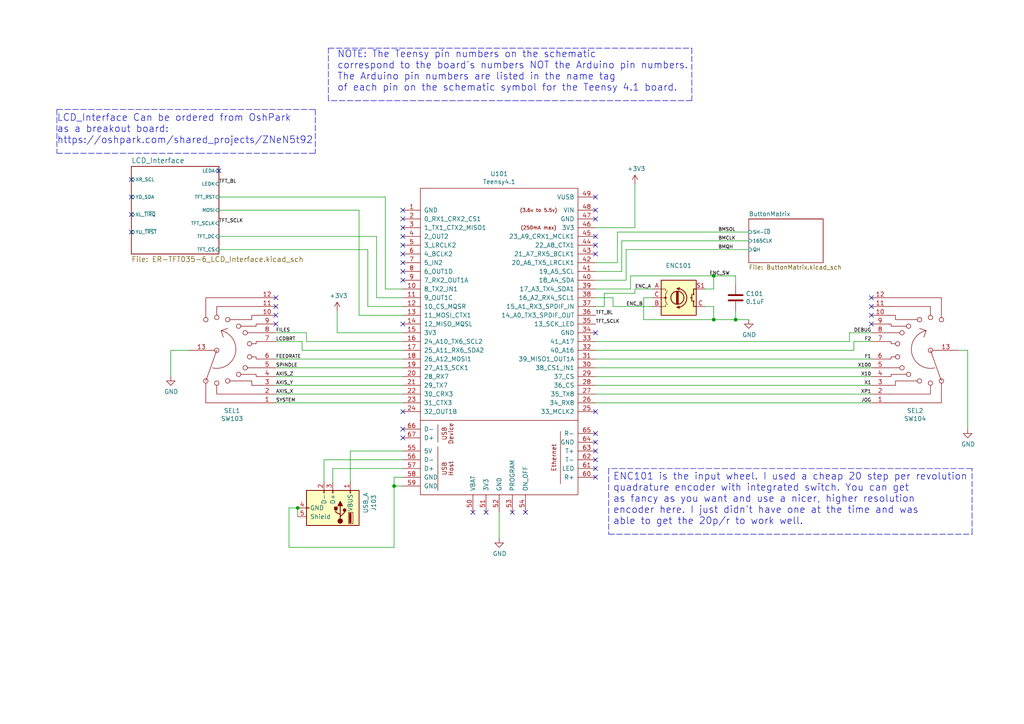
<source format=kicad_sch>
(kicad_sch (version 20211123) (generator eeschema)
  (paper "A4")
  (title_block (title "GRBL Controller") (date "2022-01-10") (rev "1") (comment 1 "MCU, encoder and selector switches."))
  (lib_symbols
    (symbol "Device:C" (pin_numbers hide) (pin_names (offset 0.254))
      (property "Reference" "C" (at 0.635 2.54 0))
      (property "Value" "C" (at 0.635 -2.54 0))
      (symbol "C_0_1"
        (polyline (pts (xy -2.032 -0.762) (xy 2.032 -0.762)) (stroke (width 0.508)))
        (polyline (pts (xy -2.032 0.762) (xy 2.032 0.762)) (stroke (width 0.508)))
      )
      (symbol "C_1_1"
        (pin passive line (at 0 3.81 270) (length 2.794) (name "~") (number "1"))
        (pin passive line (at 0 -3.81 90) (length 2.794) (name "~") (number "2"))
      )
    )
    (symbol "MarcoK:TSWA3NCD23LFS-NavScroll-Switch" (pin_names (offset 0.254) hide)
      (property "Reference" "SW" (at 0 6.604 0))
      (property "Value" "MarcoK_TSWA3NCD23LFS-NavScroll-Switch" (at 0 -6.604 0))
      (symbol "TSWA3NCD23LFS-NavScroll-Switch_0_1"
        (rectangle (start -5.08 5.08) (end 5.08 -5.08) (stroke (width 0.254)) (fill (type background)))
        (circle (center -3.81 0) (radius 0.254) (fill (type outline)))
        (arc (start -0.381 -2.794) (mid 2.3622 -0.0508) (end -0.381 2.667) (stroke (width 0.254)))
        (circle (center -0.381 0) (radius 1.905) (stroke (width 0.254)))
        (polyline (pts (xy -0.635 -1.778) (xy -0.635 1.778)) (stroke (width 0.254)))
        (polyline (pts (xy -0.381 -1.778) (xy -0.381 1.778)) (stroke (width 0.254)))
        (polyline (pts (xy -0.127 1.778) (xy -0.127 -1.778)) (stroke (width 0.254)))
        (polyline (pts (xy 3.81 0) (xy 3.429 0)) (stroke (width 0.254)))
        (polyline (pts (xy 3.81 1.016) (xy 3.81 -1.016)) (stroke (width 0.254)))
        (polyline (pts (xy -5.08 -2.54) (xy -3.81 -2.54) (xy -3.81 -2.032)))
        (polyline (pts (xy -5.08 2.54) (xy -3.81 2.54) (xy -3.81 2.032)))
        (polyline (pts (xy 0.254 -3.048) (xy -0.508 -2.794) (xy 0.127 -2.413)) (stroke (width 0.254)))
        (polyline (pts (xy 0.254 2.921) (xy -0.508 2.667) (xy 0.127 2.286)) (stroke (width 0.254)))
        (polyline (pts (xy 5.08 -2.54) (xy 4.318 -2.54) (xy 4.318 -1.016)) (stroke (width 0.254)))
        (polyline (pts (xy 5.08 2.54) (xy 4.318 2.54) (xy 4.318 1.016)) (stroke (width 0.254)))
        (polyline (pts (xy -5.08 0) (xy -3.81 0) (xy -3.81 -1.016) (xy -3.302 -2.032)))
        (polyline (pts (xy -4.318 0) (xy -3.81 0) (xy -3.81 1.016) (xy -3.302 2.032)))
        (circle (center 4.318 -1.016) (radius 0.127) (stroke (width 0.254)))
        (circle (center 4.318 1.016) (radius 0.127) (stroke (width 0.254)))
      )
      (symbol "TSWA3NCD23LFS-NavScroll-Switch_1_1"
        (pin passive line (at -7.62 2.54 0) (length 2.54) (name "A") (number "A"))
        (pin passive line (at -7.62 -2.54 0) (length 2.54) (name "B") (number "B"))
        (pin passive line (at -7.62 0 0) (length 2.54) (name "C") (number "C"))
        (pin passive line (at 7.62 -2.54 180) (length 2.54) (name "C") (number "C"))
        (pin passive line (at 7.62 2.54 180) (length 2.54) (name "S1") (number "S1"))
      )
    )
    (symbol "Switch:SW_Rotary12" (pin_names (offset 1.016) hide)
      (property "Reference" "SW" (at 0 17.78 0))
      (property "Value" "SW_Rotary12" (at 0 -17.78 0))
      (symbol "SW_Rotary12_0_0"
        (circle (center -10.16 -8.89) (radius 0.635))
        (circle (center -10.16 8.89) (radius 0.635))
        (circle (center -6.985 -9.525) (radius 0.635))
        (circle (center -6.985 0) (radius 0.635))
        (circle (center -6.985 9.525) (radius 0.635))
        (arc (start -5.715 -5.715) (mid -1.6023 0.949) (end -8.255 5.08))
        (circle (center -3.81 -8.89) (radius 0.635))
        (circle (center -3.81 8.89) (radius 0.635))
        (circle (center -0.635 -6.985) (radius 0.635))
        (circle (center -0.635 6.985) (radius 0.635))
        (polyline (pts (xy -6.985 0) (xy -10.16 8.89)))
        (polyline (pts (xy -5.715 -5.715) (xy -5.08 -3.81)))
        (polyline (pts (xy -5.715 -5.715) (xy -3.81 -6.35)))
        (polyline (pts (xy 1.905 -5.08) (xy 5.08 -5.08)))
        (polyline (pts (xy 1.905 5.08) (xy 5.08 5.08)))
        (polyline (pts (xy -10.16 -9.525) (xy -10.16 -15.24) (xy 5.08 -15.24)))
        (polyline (pts (xy -10.16 9.525) (xy -10.16 15.24) (xy 5.08 15.24)))
        (polyline (pts (xy -6.985 -10.16) (xy -6.985 -12.7) (xy 5.08 -12.7)))
        (polyline (pts (xy -6.985 10.16) (xy -6.985 12.7) (xy 5.08 12.7)))
        (polyline (pts (xy -3.175 -8.89) (xy 3.175 -8.89) (xy 3.175 -10.16) (xy 5.08 -10.16)))
        (polyline (pts (xy -3.175 8.89) (xy 3.175 8.89) (xy 3.175 10.16) (xy 5.08 10.16)))
        (polyline (pts (xy 0 -6.985) (xy 4.445 -6.985) (xy 4.445 -7.62) (xy 5.08 -7.62)))
        (polyline (pts (xy 0 6.985) (xy 4.445 6.985) (xy 4.445 7.62) (xy 5.08 7.62)))
        (polyline (pts (xy 3.175 -1.905) (xy 4.445 -1.905) (xy 4.445 -2.54) (xy 5.08 -2.54)))
        (polyline (pts (xy 3.175 1.905) (xy 4.445 1.905) (xy 4.445 2.54) (xy 5.08 2.54)))
        (circle (center 1.27 -5.08) (radius 0.635))
        (circle (center 1.27 5.08) (radius 0.635))
        (circle (center 2.54 -1.905) (radius 0.635))
        (circle (center 2.54 1.905) (radius 0.635))
      )
      (symbol "SW_Rotary12_0_1"
        (pin passive line (at 10.16 15.24 180) (length 5.08) (name "1") (number "1"))
        (pin passive line (at 10.16 -10.16 180) (length 5.08) (name "10") (number "10"))
        (pin passive line (at 10.16 -12.7 180) (length 5.08) (name "11") (number "11"))
        (pin passive line (at 10.16 -15.24 180) (length 5.08) (name "12") (number "12"))
        (pin passive line (at -15.24 0 0) (length 7.62) (name "13") (number "13"))
        (pin passive line (at 10.16 12.7 180) (length 5.08) (name "2") (number "2"))
        (pin passive line (at 10.16 10.16 180) (length 5.08) (name "3") (number "3"))
        (pin passive line (at 10.16 7.62 180) (length 5.08) (name "4") (number "4"))
        (pin passive line (at 10.16 5.08 180) (length 5.08) (name "5") (number "5"))
        (pin passive line (at 10.16 2.54 180) (length 5.08) (name "6") (number "6"))
        (pin passive line (at 10.16 -2.54 180) (length 5.08) (name "7") (number "7"))
        (pin passive line (at 10.16 -5.08 180) (length 5.08) (name "8") (number "8"))
        (pin passive line (at 10.16 -7.62 180) (length 5.08) (name "9") (number "9"))
      )
    )
    (symbol "XCarveDRO-rescue:USB_A-Connector" (pin_names (offset 1.016))
      (property "Reference" "J" (at -5.08 11.43 0))
      (property "Value" "XCarveDRO-rescue_USB_A-Connector" (at -5.08 8.89 0))
      (symbol "USB_A-Connector_0_1"
        (rectangle (start -5.08 -7.62) (end 5.08 7.62) (stroke (width 0.254)) (fill (type background)))
        (circle (center -3.81 2.159) (radius 0.635) (stroke (width 0.254)) (fill (type outline)))
        (rectangle (start -1.524 4.826) (end -4.318 5.334) (fill (type outline)))
        (rectangle (start -1.27 4.572) (end -4.572 5.842))
        (circle (center -0.635 3.429) (radius 0.381) (stroke (width 0.254)) (fill (type outline)))
        (rectangle (start -0.127 -7.62) (end 0.127 -6.858))
        (polyline (pts (xy -3.175 2.159) (xy -2.54 2.159) (xy -1.27 3.429) (xy -0.635 3.429)) (stroke (width 0.254)))
        (polyline (pts (xy -2.54 2.159) (xy -1.905 2.159) (xy -1.27 0.889) (xy 0 0.889)) (stroke (width 0.254)))
        (polyline (pts (xy 0.635 2.794) (xy 0.635 1.524) (xy 1.905 2.159) (xy 0.635 2.794)) (stroke (width 0.254)) (fill (type outline)))
        (rectangle (start 0.254 1.27) (end -0.508 0.508) (stroke (width 0.254)) (fill (type outline)))
        (rectangle (start 5.08 -2.667) (end 4.318 -2.413))
        (rectangle (start 5.08 -0.127) (end 4.318 0.127))
        (rectangle (start 5.08 4.953) (end 4.318 5.207))
      )
      (symbol "USB_A-Connector_1_1"
        (polyline (pts (xy -1.905 2.159) (xy 0.635 2.159)) (stroke (width 0.254)))
        (pin power_in line (at 7.62 5.08 180) (length 2.54) (name "VBUS") (number "1"))
        (pin passive line (at 7.62 -2.54 180) (length 2.54) (name "D-") (number "2"))
        (pin passive line (at 7.62 0 180) (length 2.54) (name "D+") (number "3"))
        (pin power_in line (at 0 -10.16 90) (length 2.54) (name "GND") (number "4"))
        (pin passive line (at -2.54 -10.16 90) (length 2.54) (name "Shield") (number "5"))
      )
    )
    (symbol "power:+3V3" (power) (pin_names (offset 0))
      (property "Value" "+3V3" (at 0 3.556 0))
      (symbol "+3V3_0_1"
        (polyline (pts (xy -0.762 1.27) (xy 0 2.54)))
        (polyline (pts (xy 0 0) (xy 0 2.54)))
        (polyline (pts (xy 0 2.54) (xy 0.762 1.27)))
      )
      (symbol "+3V3_1_1"
        (pin power_in line (at 0 0 90) (length 0) hide (name "+3V3") (number "1"))
      )
    )
    (symbol "power:GND" (power) (pin_names (offset 0))
      (property "Value" "GND" (at 0 -3.81 0))
      (symbol "GND_0_1"
        (polyline (pts (xy 0 0) (xy 0 -1.27) (xy 1.27 -1.27) (xy 0 -2.54) (xy -1.27 -1.27) (xy 0 -1.27)))
      )
      (symbol "GND_1_1"
        (pin power_in line (at 0 0 270) (length 0) hide (name "GND") (number "1"))
      )
    )
    (symbol "teensy:Teensy4.1" (pin_names (offset 1.016))
      (property "Reference" "U" (at 0 64.77 0))
      (property "Value" "teensy_Teensy4.1" (at 0 62.23 0))
      (symbol "Teensy4.1_0_0"
        (polyline (pts (xy -22.86 -6.35) (xy 22.86 -6.35)))
        (polyline (pts (xy -17.78 -26.67) (xy -17.78 -13.97)))
        (polyline (pts (xy -17.78 -7.62) (xy -17.78 -12.7)))
        (polyline (pts (xy 17.78 -9.525) (xy 17.78 -24.765)))
        (text "(250mA max)" (at 11.43 49.53 0) (effects (font (size 1.016 1.016))))
        (text "(3.6v to 5.5v)" (at 11.43 54.61 0) (effects (font (size 1.016 1.016))))
        (text "Device" (at -13.97 -10.16 900) (effects (font (size 1.27 1.27))))
        (text "Ethernet" (at 15.875 -17.145 900) (effects (font (size 1.27 1.27))))
        (text "Host" (at -13.97 -20.32 900) (effects (font (size 1.27 1.27))))
        (text "USB" (at -15.875 -20.32 900) (effects (font (size 1.27 1.27))))
        (text "USB" (at -15.875 -10.16 900) (effects (font (size 1.27 1.27))))
        (pin bidirectional line (at -27.94 31.75 0) (length 5.08) (name "8_TX2_IN1") (number "10"))
        (pin bidirectional line (at -27.94 29.21 0) (length 5.08) (name "9_OUT1C") (number "11"))
        (pin bidirectional line (at -27.94 26.67 0) (length 5.08) (name "10_CS_MQSR") (number "12"))
        (pin bidirectional line (at -27.94 24.13 0) (length 5.08) (name "11_MOSI_CTX1") (number "13"))
        (pin bidirectional line (at -27.94 21.59 0) (length 5.08) (name "12_MISO_MQSL") (number "14"))
        (pin power_in line (at -27.94 19.05 0) (length 5.08) (name "3V3") (number "15"))
        (pin bidirectional line (at -27.94 16.51 0) (length 5.08) (name "24_A10_TX6_SCL2") (number "16"))
        (pin bidirectional line (at -27.94 13.97 0) (length 5.08) (name "25_A11_RX6_SDA2") (number "17"))
        (pin bidirectional line (at -27.94 11.43 0) (length 5.08) (name "26_A12_MOSI1") (number "18"))
        (pin bidirectional line (at -27.94 8.89 0) (length 5.08) (name "27_A13_SCK1") (number "19"))
        (pin bidirectional line (at -27.94 6.35 0) (length 5.08) (name "28_RX7") (number "20"))
        (pin bidirectional line (at -27.94 3.81 0) (length 5.08) (name "29_TX7") (number "21"))
        (pin bidirectional line (at -27.94 1.27 0) (length 5.08) (name "30_CRX3") (number "22"))
        (pin bidirectional line (at -27.94 -1.27 0) (length 5.08) (name "31_CTX3") (number "23"))
        (pin bidirectional line (at -27.94 -3.81 0) (length 5.08) (name "32_OUT1B") (number "24"))
        (pin bidirectional line (at 27.94 -3.81 180) (length 5.08) (name "33_MCLK2") (number "25"))
        (pin bidirectional line (at 27.94 -1.27 180) (length 5.08) (name "34_RX8") (number "26"))
        (pin bidirectional line (at 27.94 1.27 180) (length 5.08) (name "35_TX8") (number "27"))
        (pin bidirectional line (at 27.94 3.81 180) (length 5.08) (name "36_CS") (number "28"))
        (pin bidirectional line (at 27.94 6.35 180) (length 5.08) (name "37_CS") (number "29"))
        (pin bidirectional line (at 27.94 8.89 180) (length 5.08) (name "38_CS1_IN1") (number "30"))
        (pin bidirectional line (at 27.94 11.43 180) (length 5.08) (name "39_MISO1_OUT1A") (number "31"))
        (pin bidirectional line (at 27.94 13.97 180) (length 5.08) (name "40_A16") (number "32"))
        (pin bidirectional line (at 27.94 16.51 180) (length 5.08) (name "41_A17") (number "33"))
        (pin bidirectional line (at 27.94 21.59 180) (length 5.08) (name "13_SCK_LED") (number "35"))
        (pin bidirectional line (at 27.94 24.13 180) (length 5.08) (name "14_A0_TX3_SPDIF_OUT") (number "36"))
        (pin bidirectional line (at 27.94 26.67 180) (length 5.08) (name "15_A1_RX3_SPDIF_IN") (number "37"))
        (pin bidirectional line (at 27.94 29.21 180) (length 5.08) (name "16_A2_RX4_SCL1") (number "38"))
        (pin bidirectional line (at 27.94 31.75 180) (length 5.08) (name "17_A3_TX4_SDA1") (number "39"))
        (pin bidirectional line (at 27.94 34.29 180) (length 5.08) (name "18_A4_SDA") (number "40"))
        (pin bidirectional line (at 27.94 36.83 180) (length 5.08) (name "19_A5_SCL") (number "41"))
        (pin bidirectional line (at 27.94 39.37 180) (length 5.08) (name "20_A6_TX5_LRCLK1") (number "42"))
        (pin bidirectional line (at 27.94 41.91 180) (length 5.08) (name "21_A7_RX5_BCLK1") (number "43"))
        (pin bidirectional line (at 27.94 44.45 180) (length 5.08) (name "22_A8_CTX1") (number "44"))
        (pin bidirectional line (at 27.94 46.99 180) (length 5.08) (name "23_A9_CRX1_MCLK1") (number "45"))
        (pin power_in line (at 27.94 49.53 180) (length 5.08) (name "3V3") (number "46"))
        (pin power_in line (at 27.94 52.07 180) (length 5.08) (name "GND") (number "47"))
        (pin power_in line (at 27.94 54.61 180) (length 5.08) (name "VIN") (number "48"))
        (pin power_out line (at 27.94 58.42 180) (length 5.08) (name "VUSB") (number "49"))
        (pin bidirectional line (at -27.94 44.45 0) (length 5.08) (name "3_LRCLK2") (number "5"))
        (pin power_in line (at -7.62 -33.02 90) (length 5.08) (name "VBAT") (number "50"))
        (pin power_in line (at -3.81 -33.02 90) (length 5.08) (name "3V3") (number "51"))
        (pin power_out line (at 0 -33.02 90) (length 5.08) (name "GND") (number "52"))
        (pin input line (at 3.81 -33.02 90) (length 5.08) (name "PROGRAM") (number "53"))
        (pin input line (at 7.62 -33.02 90) (length 5.08) (name "ON_OFF") (number "54"))
        (pin power_out line (at -27.94 -15.24 0) (length 5.08) (name "5V") (number "55"))
        (pin bidirectional line (at -27.94 -17.78 0) (length 5.08) (name "D-") (number "56"))
        (pin bidirectional line (at -27.94 -20.32 0) (length 5.08) (name "D+") (number "57"))
        (pin power_in line (at -27.94 -22.86 0) (length 5.08) (name "GND") (number "58"))
        (pin power_in line (at -27.94 -25.4 0) (length 5.08) (name "GND") (number "59"))
        (pin bidirectional line (at -27.94 41.91 0) (length 5.08) (name "4_BCLK2") (number "6"))
        (pin bidirectional line (at 27.94 -22.86 180) (length 5.08) (name "R+") (number "60"))
        (pin bidirectional line (at 27.94 -20.32 180) (length 5.08) (name "LED") (number "61"))
        (pin bidirectional line (at 27.94 -17.78 180) (length 5.08) (name "T-") (number "62"))
        (pin bidirectional line (at 27.94 -15.24 180) (length 5.08) (name "T+") (number "63"))
        (pin power_in line (at 27.94 -12.7 180) (length 5.08) (name "GND") (number "64"))
        (pin bidirectional line (at 27.94 -10.16 180) (length 5.08) (name "R-") (number "65"))
        (pin bidirectional line (at -27.94 -8.89 0) (length 5.08) (name "D-") (number "66"))
        (pin bidirectional line (at -27.94 -11.43 0) (length 5.08) (name "D+") (number "67"))
        (pin bidirectional line (at -27.94 39.37 0) (length 5.08) (name "5_IN2") (number "7"))
        (pin bidirectional line (at -27.94 36.83 0) (length 5.08) (name "6_OUT1D") (number "8"))
        (pin bidirectional line (at -27.94 34.29 0) (length 5.08) (name "7_RX2_OUT1A") (number "9"))
      )
      (symbol "Teensy4.1_0_1"
        (rectangle (start -22.86 60.96) (end 22.86 -27.94))
        (rectangle (start -20.32 -1.27) (end -20.32 -1.27))
      )
      (symbol "Teensy4.1_1_1"
        (pin power_in line (at -27.94 54.61 0) (length 5.08) (name "GND") (number "1"))
        (pin bidirectional line (at -27.94 52.07 0) (length 5.08) (name "0_RX1_CRX2_CS1") (number "2"))
        (pin bidirectional line (at -27.94 49.53 0) (length 5.08) (name "1_TX1_CTX2_MISO1") (number "3"))
        (pin power_in line (at 27.94 19.05 180) (length 5.08) (name "GND") (number "34"))
        (pin bidirectional line (at -27.94 46.99 0) (length 5.08) (name "2_OUT2") (number "4"))
      )
    )
  )
  (junction (at 86.36 147.32))
  (junction (at 114.3 140.97))
  (junction (at 207.01 92.71))
  (junction (at 207.01 80.01))
  (junction (at 213.36 92.71))
  (no_connect (at 172.72 138.43))
  (no_connect (at 252.73 88.9))
  (no_connect (at 172.72 60.96))
  (no_connect (at 116.84 71.12))
  (no_connect (at 116.84 124.46))
  (no_connect (at 38.1 67.31))
  (no_connect (at 116.84 66.04))
  (no_connect (at 38.1 62.23))
  (no_connect (at 172.72 68.58))
  (no_connect (at 116.84 60.96))
  (no_connect (at 172.72 125.73))
  (no_connect (at 172.72 119.38))
  (no_connect (at 140.97 148.59))
  (no_connect (at 172.72 96.52))
  (no_connect (at 252.73 93.98))
  (no_connect (at 152.4 148.59))
  (no_connect (at 116.84 73.66))
  (no_connect (at 172.72 130.81))
  (no_connect (at 172.72 135.89))
  (no_connect (at 116.84 63.5))
  (no_connect (at 137.16 148.59))
  (no_connect (at 172.72 71.12))
  (no_connect (at 38.1 57.15))
  (no_connect (at 116.84 78.74))
  (no_connect (at 80.01 93.98))
  (no_connect (at 116.84 93.98))
  (no_connect (at 172.72 57.15))
  (no_connect (at 63.5 49.53))
  (no_connect (at 116.84 76.2))
  (no_connect (at 116.84 81.28))
  (no_connect (at 38.1 52.07))
  (no_connect (at 116.84 68.58))
  (no_connect (at 172.72 73.66))
  (no_connect (at 80.01 86.36))
  (no_connect (at 80.01 91.44))
  (no_connect (at 252.73 91.44))
  (no_connect (at 116.84 119.38))
  (no_connect (at 252.73 86.36))
  (no_connect (at 172.72 128.27))
  (no_connect (at 148.59 148.59))
  (no_connect (at 172.72 133.35))
  (no_connect (at 172.72 63.5))
  (no_connect (at 116.84 127))
  (no_connect (at 80.01 88.9))
  (wire (pts (xy 80.01 104.14) (xy 116.84 104.14)))
  (wire (pts (xy 80.01 111.76) (xy 116.84 111.76)))
  (wire (pts (xy 97.79 96.52) (xy 116.84 96.52)))
  (wire (pts (xy 63.5 57.15) (xy 111.76 57.15)))
  (wire (pts (xy 184.15 66.04) (xy 184.15 53.34)))
  (wire (pts (xy 189.23 83.82) (xy 184.15 83.82)))
  (polyline (pts (xy 281.94 154.94) (xy 281.94 135.89)))
  (wire (pts (xy 86.36 149.86) (xy 86.36 147.32)))
  (wire (pts (xy 80.01 109.22) (xy 116.84 109.22)))
  (wire (pts (xy 172.72 116.84) (xy 252.73 116.84)))
  (wire (pts (xy 207.01 83.82) (xy 207.01 80.01)))
  (wire (pts (xy 93.98 133.35) (xy 93.98 139.7)))
  (wire (pts (xy 88.9 99.06) (xy 116.84 99.06)))
  (wire (pts (xy 80.01 116.84) (xy 116.84 116.84)))
  (wire (pts (xy 177.8 86.36) (xy 172.72 86.36)))
  (wire (pts (xy 106.68 88.9) (xy 116.84 88.9)))
  (polyline (pts (xy 200.66 29.21) (xy 95.25 29.21)))
  (polyline (pts (xy 91.44 31.75) (xy 91.44 44.45)))
  (wire (pts (xy 49.53 101.6) (xy 54.61 101.6)))
  (wire (pts (xy 180.34 78.74) (xy 180.34 69.85)))
  (wire (pts (xy 186.69 86.36) (xy 186.69 92.71)))
  (wire (pts (xy 114.3 140.97) (xy 114.3 138.43)))
  (wire (pts (xy 175.26 88.9) (xy 175.26 85.09)))
  (wire (pts (xy 172.72 78.74) (xy 180.34 78.74)))
  (wire (pts (xy 280.67 101.6) (xy 278.13 101.6)))
  (wire (pts (xy 280.67 124.46) (xy 280.67 101.6)))
  (wire (pts (xy 104.14 91.44) (xy 116.84 91.44)))
  (wire (pts (xy 96.52 139.7) (xy 96.52 135.89)))
  (wire (pts (xy 172.72 104.14) (xy 252.73 104.14)))
  (wire (pts (xy 207.01 80.01) (xy 213.36 80.01)))
  (wire (pts (xy 207.01 92.71) (xy 186.69 92.71)))
  (wire (pts (xy 172.72 83.82) (xy 182.88 83.82)))
  (wire (pts (xy 83.82 158.75) (xy 83.82 147.32)))
  (wire (pts (xy 172.72 114.3) (xy 252.73 114.3)))
  (wire (pts (xy 87.63 101.6) (xy 87.63 99.06)))
  (wire (pts (xy 189.23 86.36) (xy 186.69 86.36)))
  (polyline (pts (xy 176.53 154.94) (xy 281.94 154.94)))
  (wire (pts (xy 172.72 66.04) (xy 184.15 66.04)))
  (wire (pts (xy 116.84 130.81) (xy 101.6 130.81)))
  (wire (pts (xy 63.5 72.39) (xy 106.68 72.39)))
  (wire (pts (xy 252.73 106.68) (xy 172.72 106.68)))
  (wire (pts (xy 172.72 101.6) (xy 247.65 101.6)))
  (wire (pts (xy 87.63 101.6) (xy 116.84 101.6)))
  (wire (pts (xy 114.3 138.43) (xy 116.84 138.43)))
  (wire (pts (xy 207.01 80.01) (xy 182.88 80.01)))
  (wire (pts (xy 101.6 130.81) (xy 101.6 139.7)))
  (wire (pts (xy 63.5 60.96) (xy 104.14 60.96)))
  (wire (pts (xy 213.36 80.01) (xy 213.36 82.55)))
  (wire (pts (xy 114.3 140.97) (xy 114.3 158.75)))
  (wire (pts (xy 177.8 88.9) (xy 189.23 88.9)))
  (wire (pts (xy 87.63 99.06) (xy 80.01 99.06)))
  (wire (pts (xy 88.9 96.52) (xy 88.9 99.06)))
  (wire (pts (xy 114.3 158.75) (xy 83.82 158.75)))
  (polyline (pts (xy 16.51 31.75) (xy 16.51 44.45)))
  (wire (pts (xy 207.01 88.9) (xy 207.01 92.71)))
  (wire (pts (xy 144.78 148.59) (xy 144.78 156.21)))
  (wire (pts (xy 213.36 90.17) (xy 213.36 92.71)))
  (wire (pts (xy 80.01 114.3) (xy 116.84 114.3)))
  (wire (pts (xy 49.53 109.22) (xy 49.53 101.6)))
  (wire (pts (xy 172.72 88.9) (xy 175.26 88.9)))
  (wire (pts (xy 246.38 99.06) (xy 246.38 96.52)))
  (wire (pts (xy 204.47 83.82) (xy 207.01 83.82)))
  (wire (pts (xy 182.88 80.01) (xy 182.88 83.82)))
  (wire (pts (xy 252.73 111.76) (xy 172.72 111.76)))
  (wire (pts (xy 175.26 85.09) (xy 184.15 85.09)))
  (polyline (pts (xy 176.53 135.89) (xy 176.53 154.94)))
  (wire (pts (xy 63.5 68.58) (xy 109.22 68.58)))
  (wire (pts (xy 246.38 96.52) (xy 252.73 96.52)))
  (wire (pts (xy 111.76 57.15) (xy 111.76 83.82)))
  (wire (pts (xy 106.68 72.39) (xy 106.68 88.9)))
  (polyline (pts (xy 281.94 135.89) (xy 176.53 135.89)))
  (wire (pts (xy 116.84 133.35) (xy 93.98 133.35)))
  (wire (pts (xy 80.01 106.68) (xy 116.84 106.68)))
  (wire (pts (xy 252.73 99.06) (xy 247.65 99.06)))
  (wire (pts (xy 83.82 147.32) (xy 86.36 147.32)))
  (wire (pts (xy 213.36 92.71) (xy 217.17 92.71)))
  (wire (pts (xy 111.76 83.82) (xy 116.84 83.82)))
  (wire (pts (xy 172.72 109.22) (xy 252.73 109.22)))
  (wire (pts (xy 96.52 135.89) (xy 116.84 135.89)))
  (polyline (pts (xy 200.66 13.97) (xy 200.66 29.21)))
  (wire (pts (xy 204.47 88.9) (xy 207.01 88.9)))
  (wire (pts (xy 247.65 99.06) (xy 247.65 101.6)))
  (wire (pts (xy 172.72 76.2) (xy 179.07 76.2)))
  (wire (pts (xy 116.84 140.97) (xy 114.3 140.97)))
  (wire (pts (xy 109.22 68.58) (xy 109.22 86.36)))
  (wire (pts (xy 181.61 81.28) (xy 181.61 72.39)))
  (wire (pts (xy 179.07 76.2) (xy 179.07 67.31)))
  (polyline (pts (xy 16.51 44.45) (xy 91.44 44.45)))
  (wire (pts (xy 116.84 86.36) (xy 109.22 86.36)))
  (polyline (pts (xy 16.51 31.75) (xy 91.44 31.75)))
  (polyline (pts (xy 95.25 13.97) (xy 200.66 13.97)))
  (wire (pts (xy 184.15 85.09) (xy 184.15 83.82)))
  (wire (pts (xy 213.36 92.71) (xy 207.01 92.71)))
  (wire (pts (xy 80.01 96.52) (xy 88.9 96.52)))
  (wire (pts (xy 181.61 72.39) (xy 217.17 72.39)))
  (wire (pts (xy 172.72 99.06) (xy 246.38 99.06)))
  (wire (pts (xy 104.14 60.96) (xy 104.14 91.44)))
  (polyline (pts (xy 95.25 29.21) (xy 95.25 13.97)))
  (wire (pts (xy 97.79 90.17) (xy 97.79 96.52)))
  (wire (pts (xy 172.72 81.28) (xy 181.61 81.28)))
  (wire (pts (xy 177.8 88.9) (xy 177.8 86.36)))
  (wire (pts (xy 180.34 69.85) (xy 217.17 69.85)))
  (wire (pts (xy 179.07 67.31) (xy 217.17 67.31)))
  (text "LCD_Interface Can be ordered from OshPark\nas a breakout board:\nhttps://oshpark.com/shared_projects/ZNeN5t92" (at 16.51 41.91 0) (effects (font (size 2.0066 2.0066)) (justify left bottom)))
  (text "NOTE: The Teensy pin numbers on the schematic\ncorrespond to the board's numbers NOT the Arduino pin numbers.\nThe Arduino pin numbers are listed in the name tag\nof each pin on the schematic symbol for the Teensy 4.1 board." (at 97.79 26.67 0) (effects (font (size 2.0066 2.0066)) (justify left bottom)))
  (text "ENC101 is the input wheel. I used a cheap 20 step per revolution\nquadrature encoder with integrated switch. You can get\nas fancy as you want and use a nicer, higher resolution\nencoder here. I just didn't have one at the time and was\nable to get the 20p/r to work well." (at 177.8 152.4 0) (effects (font (size 2.0066 2.0066)) (justify left bottom)))
  (label "BMSOL" (at 208.28 67.31 0) (effects (font (size 0.9906 0.9906))))
  (label "FEEDRATE" (at 80.01 104.14 0) (effects (font (size 0.9906 0.9906))))
  (label "BMCLK" (at 208.28 69.85 0) (effects (font (size 0.9906 0.9906))))
  (label "TFT_SCLK" (at 63.5 64.77 0) (effects (font (size 0.9906 0.9906))))
  (label "TFT_BL" (at 172.72 91.44 0) (effects (font (size 0.9906 0.9906))))
  (label "ENC_A" (at 184.15 83.82 0) (effects (font (size 0.9906 0.9906))))
  (label "JOG" (at 252.73 116.84 180) (effects (font (size 0.9906 0.9906))))
  (label "AXIS_X" (at 80.01 114.3 0) (effects (font (size 0.9906 0.9906))))
  (label "AXIS_Z" (at 80.01 109.22 0) (effects (font (size 0.9906 0.9906))))
  (label "SYSTEM" (at 80.01 116.84 0) (effects (font (size 0.9906 0.9906))))
  (label "DEBUG" (at 252.73 96.52 180) (effects (font (size 0.9906 0.9906))))
  (label "BMQH" (at 208.28 72.39 0) (effects (font (size 0.9906 0.9906))))
  (label "X100" (at 252.73 106.68 180) (effects (font (size 0.9906 0.9906))))
  (label "XP1" (at 252.73 114.3 180) (effects (font (size 0.9906 0.9906))))
  (label "FILES" (at 80.01 96.52 0) (effects (font (size 0.9906 0.9906))))
  (label "LCDBRT" (at 80.01 99.06 0) (effects (font (size 0.9906 0.9906))))
  (label "F2" (at 252.73 99.06 180) (effects (font (size 0.9906 0.9906))))
  (label "ENC_SW" (at 205.74 80.01 0) (effects (font (size 0.9906 0.9906))))
  (label "AXIS_Y" (at 80.01 111.76 0) (effects (font (size 0.9906 0.9906))))
  (label "ENC_B" (at 181.61 88.9 0) (effects (font (size 0.9906 0.9906))))
  (label "TFT_SCLK" (at 172.72 93.98 0) (effects (font (size 0.9906 0.9906))))
  (label "SPINDLE" (at 80.01 106.68 0) (effects (font (size 0.9906 0.9906))))
  (label "TFT_BL" (at 63.5 53.34 0) (effects (font (size 0.9906 0.9906))))
  (label "X1" (at 252.73 111.76 180) (effects (font (size 0.9906 0.9906))))
  (label "F1" (at 252.73 104.14 180) (effects (font (size 0.9906 0.9906))))
  (label "X10" (at 252.73 109.22 180) (effects (font (size 0.9906 0.9906))))
  (symbol (lib_id "teensy:Teensy4.1") (at 144.78 115.57 0) (unit 1)
    (property "Reference" "U101" (at 144.78 50.419 0))
    (property "Value" "Teensy4.1" (at 144.78 52.7304 0))
    (property "Footprint" "Teensy:Teensy41" (effects hide))
  )
  (symbol (lib_id "XCarveDRO-rescue:USB_A-Connector") (at 96.52 147.32 270) (mirror x) (unit 1)
    (property "Reference" "J103" (at 108.3818 145.8722 0))
    (property "Value" "USB_A" (at 106.0704 145.8722 0))
    (property "Footprint" "Connector_USB:USB_A_Stewart_SS-52100-001_Horizontal" (effects hide))
    (property "Datasheet" " ~" (effects hide))
  )
  (symbol (lib_id "Switch:SW_Rotary12") (at 69.85 101.6 0) (mirror x) (unit 1)
    (property "Reference" "SW103" (at 67.31 121.4374 0))
    (property "Value" "SEL1" (at 67.31 119.126 0))
    (property "Footprint" "Marco:SWITCH_ROTARY_4-12" (effects hide))
    (property "Datasheet" "http://cdn-reichelt.de/documents/datenblatt/C200/DS-Serie%23LOR.pdf" (effects hide))
  )
  (symbol (lib_id "Switch:SW_Rotary12") (at 262.89 101.6 180) (unit 1)
    (property "Reference" "SW104" (at 265.43 121.4374 0))
    (property "Value" "SEL2" (at 265.43 119.126 0))
    (property "Footprint" "Marco:SWITCH_ROTARY_4-12" (effects hide))
    (property "Datasheet" "http://cdn-reichelt.de/documents/datenblatt/C200/DS-Serie%23LOR.pdf" (effects hide))
  )
  (symbol (lib_id "MarcoK:TSWA3NCD23LFS-NavScroll-Switch") (at 196.85 86.36 0) (unit 1)
    (property "Reference" "ENC101" (at 196.85 77.0382 0))
    (property "Value" "Encoder" (effects hide))
    (property "Footprint" "MarcoK:TSWA3NCD23LFS-NavScroll-Switch" (effects hide))
    (property "DigiKey" "PEC11L-4120F-S0020-ND" (effects hide))
  )
  (symbol (lib_id "Device:C") (at 213.36 86.36 0) (unit 1)
    (property "Reference" "C101" (at 216.281 85.1916 0) (effects (justify left)))
    (property "Value" "0.1uF" (at 216.281 87.503 0) (effects (justify left)))
  )
  (symbol (lib_id "power:GND") (at 144.78 156.21 0) (unit 1)
    (property "Reference" "#PWR0101" (effects hide))
    (property "Value" "GND" (at 144.907 160.6042 0))
  )
  (symbol (lib_id "power:GND") (at 217.17 92.71 0) (unit 1)
    (property "Reference" "#PWR0102" (effects hide))
    (property "Value" "GND" (at 217.297 97.1042 0))
  )
  (symbol (lib_id "power:GND") (at 49.53 109.22 0) (unit 1)
    (property "Reference" "#PWR0103" (effects hide))
    (property "Value" "GND" (at 49.657 113.6142 0))
  )
  (symbol (lib_id "power:GND") (at 280.67 124.46 0) (unit 1)
    (property "Reference" "#PWR0104" (effects hide))
    (property "Value" "GND" (at 280.797 128.8542 0))
  )
  (symbol (lib_id "power:+3V3") (at 97.79 90.17 0) (unit 1)
    (property "Reference" "#PWR0107" (effects hide))
    (property "Value" "+3V3" (at 98.171 85.7758 0))
  )
  (symbol (lib_id "power:+3V3") (at 184.15 53.34 0) (unit 1)
    (property "Reference" "#PWR?" (effects hide))
    (property "Value" "+3V3" (at 184.531 48.9458 0))
  )
  (sheet (at 217.17 63.5) (size 21.59 12.7)
    (property "Sheet name" "ButtonMatrix" (at 217.17 62.7884 0) (effects (justify left bottom)))
    (property "Sheet file" "ButtonMatrix.kicad_sch" (at 217.17 76.7846 0) (effects (justify left top)))
    (pin "165CLK" input (at 217.17 69.85 180) (effects (font (size 0.9906 0.9906))))
    (pin "SH-~{LD}" input (at 217.17 67.31 180) (effects (font (size 0.9906 0.9906))))
    (pin "QH" input (at 217.17 72.39 180) (effects (font (size 0.9906 0.9906))))
  )
  (sheet (at 38.1 48.26) (size 25.4 25.4)
    (property "Sheet name" "LCD_Interface" (at 38.1 47.4341 0) (effects (font (size 1.4986 1.4986)) (justify left bottom)))
    (property "Sheet file" "ER-TFT035-6_LCD_Interface.kicad_sch" (at 38.1 74.336 0) (effects (font (size 1.4986 1.4986)) (justify left top)))
    (pin "LEDA" input (at 63.5 49.53 0) (effects (font (size 0.9906 0.9906))))
    (pin "LEDK" input (at 63.5 53.34 0) (effects (font (size 0.9906 0.9906))))
    (pin "TFT_RST" input (at 63.5 57.15 0) (effects (font (size 0.9906 0.9906))))
    (pin "MOSI" input (at 63.5 60.96 0) (effects (font (size 0.9906 0.9906))))
    (pin "TFT_SCLK" input (at 63.5 64.77 0) (effects (font (size 0.9906 0.9906))))
    (pin "TFT_DC" input (at 63.5 68.58 0) (effects (font (size 0.9906 0.9906))))
    (pin "TFT_CS" input (at 63.5 72.39 0) (effects (font (size 0.9906 0.9906))))
    (pin "XR_SCL" input (at 38.1 52.07 180) (effects (font (size 0.9906 0.9906))))
    (pin "YD_SDA" input (at 38.1 57.15 180) (effects (font (size 0.9906 0.9906))))
    (pin "XL_~{TIRQ}" input (at 38.1 62.23 180) (effects (font (size 0.9906 0.9906))))
    (pin "YU_~{TRST}" input (at 38.1 67.31 180) (effects (font (size 0.9906 0.9906))))
  )
)
</source>
